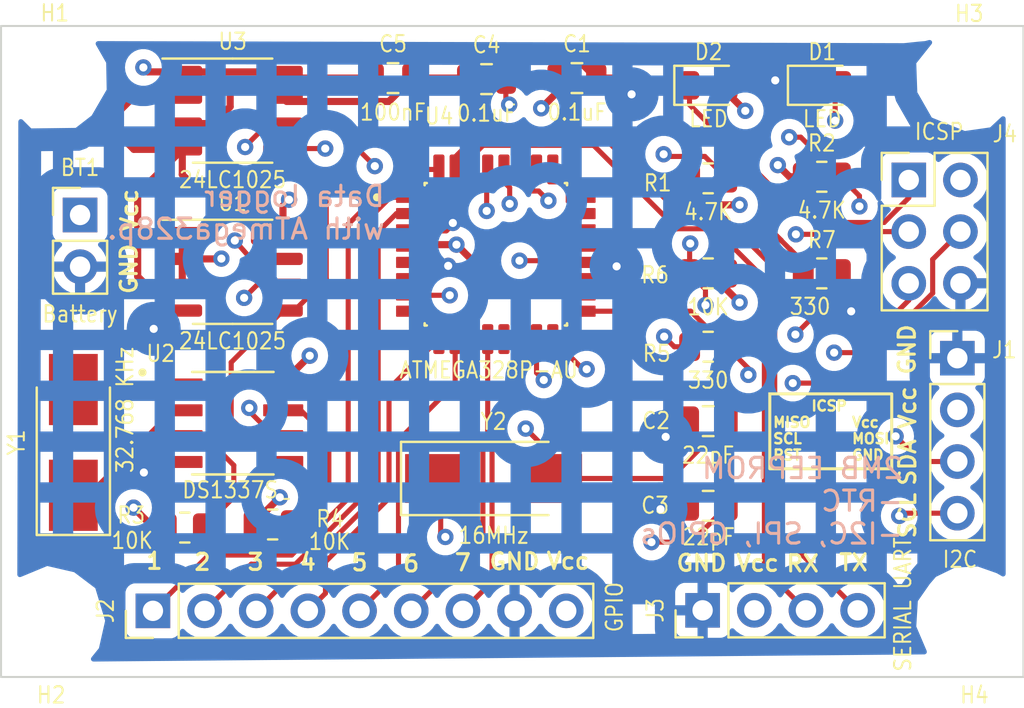
<source format=kicad_pcb>
(kicad_pcb (version 20221018) (generator pcbnew)
  (title_block (title "${project_name}") (date "2023-12-16") (rev "1") (comment 1 "2-layer PCB version"))
  (layers (0 "F.Cu" mixed) (1 "In1.Cu" mixed) (2 "In2.Cu" mixed) (31 "B.Cu" mixed) (34 "B.Paste" user) (35 "F.Paste" user) (36 "B.SilkS" user "B.Silkscreen") (37 "F.SilkS" user "F.Silkscreen") (38 "B.Mask" user) (39 "F.Mask" user) (44 "Edge.Cuts" user))
  (property "project_name" "MCU Datalogger with memory and clock")
  (net 0 "")
  (net 1 "GND")
  (net 2 "/Vcc")
  (net 3 "Net-(U4-PB6)")
  (net 4 "Net-(U4-PB7)")
  (net 5 "Net-(U4-AREF)")
  (net 6 "Net-(D1-A)")
  (net 7 "Net-(D2-K)")
  (net 8 "/SDA")
  (net 9 "/SCL")
  (net 10 "/D2")
  (net 11 "/D3")
  (net 12 "/D4")
  (net 13 "/D5")
  (net 14 "/D6")
  (net 15 "/D7")
  (net 16 "/D8")
  (net 17 "/RX")
  (net 18 "/TX")
  (net 19 "/MISO")
  (net 20 "/MOSI")
  (net 21 "/RST")
  (net 22 "Net-(U2-~{INTA})")
  (net 23 "Net-(U2-SQW{slash}~INT)")
  (net 24 "Net-(U2-X1)")
  (net 25 "Net-(U2-X2)")
  (net 35 "/SCK")
  (footprint "Resistor_SMD:R_0805_2012Metric" (layer "F.Cu") (at 111.3472 90.7752)
    (fp_text reference "R3")
    (fp_text value "10K")
  )
  (footprint "Package_SO:SOIC-8_3.9x4.9mm_P1.27mm" (layer "F.Cu") (at 113.6982 70.2774)
    (fp_text reference "U3")
    (fp_text value "24LC1025")
  )
  (footprint "Crystal:Crystal_SMD_5032-2Pin_5.0x3.2mm_HandSoldering" (layer "F.Cu") (at 126.5272 88.3622)
    (fp_text reference "Y2")
    (fp_text value "16MHz")
  )
  (footprint "MountingHole:MountingHole_2.1mm" (layer "F.Cu") (at 150.0378 95.3516)
    (fp_text reference "H4")
    (fp_text value "MountingHole" hide)
  )
  (footprint "Resistor_SMD:R_0805_2012Metric" (layer "F.Cu") (at 115.6652 90.6228)
    (fp_text reference "R4")
    (fp_text value "10K")
  )
  (footprint "Footprints:QFP80P900X900X120-32N" (layer "F.Cu") (at 126.638 77.3386)
    (fp_text reference "U4")
    (fp_text value "ATMEGA328P-AU")
  )
  (footprint "Capacitor_SMD:C_0805_2012Metric" (layer "F.Cu") (at 137.0774 89.7084)
    (fp_text reference "C3")
    (fp_text value "22pF")
  )
  (footprint "Footprints:SOIC127P600X175-8N" (layer "F.Cu") (at 113.7094 85.6444)
    (fp_text reference "U2")
    (fp_text value "DS1337S_")
  )
  (footprint "Resistor_SMD:R_0805_2012Metric" (layer "F.Cu") (at 142.6635 78.2784)
    (fp_text reference "R7")
    (fp_text value "330")
  )
  (footprint "Connector_PinHeader_2.54mm:PinHeader_1x04_P2.54mm_Vertical" (layer "F.Cu") (at 149.3266 82.4484)
    (fp_text reference "J1")
    (fp_text value "Conn_01x04_Pin" hide)
  )
  (footprint "Connector_PinHeader_2.54mm:PinHeader_1x09_P2.54mm_Vertical" (layer "F.Cu") (at 109.7788 94.869 90)
    (fp_text reference "J2")
    (fp_text value "Conn_01x09_Pin" hide)
  )
  (footprint "MountingHole:MountingHole_2.1mm" (layer "F.Cu") (at 104.9528 68.6816)
    (fp_text reference "H1")
    (fp_text value "MountingHole" hide)
  )
  (footprint "Connector_PinHeader_2.54mm:PinHeader_1x04_P2.54mm_Vertical" (layer "F.Cu") (at 136.8044 94.8436 90)
    (fp_text reference "J3")
    (fp_text value "Conn_01x04_Pin" hide)
  )
  (footprint "Connector_PinHeader_2.54mm:PinHeader_2x03_P2.54mm_Vertical" (layer "F.Cu") (at 146.939 73.6854)
    (fp_text reference "J4")
    (fp_text value "Conn_02x03_Odd_Even" hide)
  )
  (footprint "Capacitor_SMD:C_0805_2012Metric" (layer "F.Cu") (at 130.6258 68.6772)
    (fp_text reference "C1")
    (fp_text value "0.1uF")
  )
  (footprint "Connector_PinHeader_2.54mm:PinHeader_1x02_P2.54mm_Vertical" (layer "F.Cu") (at 106.1974 75.4076)
    (fp_text reference "BT1")
    (fp_text value "Battery")
  )
  (footprint "MountingHole:MountingHole_2.1mm" (layer "F.Cu") (at 149.9108 68.707)
    (fp_text reference "H3")
    (fp_text value "MountingHole" hide)
  )
  (footprint "Resistor_SMD:R_0805_2012Metric" (layer "F.Cu") (at 137.0774 73.6048)
    (fp_text reference "R1")
    (fp_text value "4.7K")
  )
  (footprint "Capacitor_SMD:C_0805_2012Metric" (layer "F.Cu") (at 126.1808 68.728)
    (fp_text reference "C4")
    (fp_text value "0.1uF")
  )
  (footprint "Crystal:Crystal_SMD_5032-2Pin_5.0x3.2mm_HandSoldering" (layer "F.Cu") (at 105.8672 86.5886 90)
    (fp_text reference "Y1")
    (fp_text value "32.768 KHz")
  )
  (footprint "Resistor_SMD:R_0805_2012Metric" (layer "F.Cu") (at 142.6635 73.5286)
    (fp_text reference "R2")
    (fp_text value "4.7K")
  )
  (footprint "LED_SMD:LED_0805_2012Metric" (layer "F.Cu") (at 142.6835 69.0328)
    (fp_text reference "D1")
    (fp_text value "LED")
  )
  (footprint "Resistor_SMD:R_0805_2012Metric" (layer "F.Cu") (at 137.0774 78.2784)
    (fp_text reference "R6")
    (fp_text value "10K")
  )
  (footprint "Capacitor_SMD:C_0805_2012Metric" (layer "F.Cu") (at 137.0774 85.5428)
    (fp_text reference "C2")
    (fp_text value "22pF")
  )
  (footprint "Package_SO:SOIC-8_3.9x4.9mm_P1.27mm" (layer "F.Cu") (at 113.6982 78.2022)
    (fp_text reference "U1")
    (fp_text value "24LC1025")
  )
  (footprint "MountingHole:MountingHole_2.1mm" (layer "F.Cu") (at 104.9274 95.4532)
    (fp_text reference "H2")
    (fp_text value "MountingHole" hide)
  )
  (footprint "LED_SMD:LED_0805_2012Metric" (layer "F.Cu") (at 137.0974 69.0328)
    (fp_text reference "D2")
    (fp_text value "LED")
  )
  (footprint "Resistor_SMD:R_0805_2012Metric" (layer "F.Cu") (at 137.0774 81.8852)
    (fp_text reference "R5")
    (fp_text value "330")
  )
  (footprint "Capacitor_SMD:C_0805_2012Metric" (layer "F.Cu") (at 121.5834 68.6772)
    (fp_text reference "C5")
    (fp_text value "100nF")
  )
  (gr_rect (start 140.1064 84.201) (end 146.1008 87.884) (stroke (width 0.15)) (fill none) (layer "F.SilkS"))
  (gr_rect (start 102.3112 66.1162) (end 152.5778 98.1202) (stroke (width 0.1)) (fill none) (layer "Edge.Cuts"))
  (gr_text "2MB EEPROM\n-RTC\n-I2C, SPI, GPIOs" (at 146.7358 91.6686) (layer "B.SilkS") (effects (font (size 1 1)) (justify left bottom mirror)))
  (gr_text "Data logger \nwith ATmega328p." (at 121.2596 76.6826) (layer "B.SilkS") (effects (font (size 1 1)) (justify left bottom mirror)))
  (gr_text "4" (at 116.9162 92.9386) (layer "F.SilkS") (effects (font (size 0.8 0.8)) (justify left bottom)))
  (gr_text "Vcc" (at 138.3792 92.9894) (layer "F.SilkS") (effects (font (size 0.8 0.8)) (justify left bottom)))
  (gr_text "Vcc" (at 109.093 76.3016 90) (layer "F.SilkS") (effects (font (size 0.8 0.8)) (justify left bottom)))
  (gr_text "RX" (at 140.843 93.0148) (layer "F.SilkS") (effects (font (size 0.8 0.8)) (justify left bottom)))
  (gr_text "Vcc" (at 129.0574 92.8878) (layer "F.SilkS") (effects (font (size 0.8 0.8)) (justify left bottom)))
  (gr_text "7" (at 124.5362 92.964) (layer "F.SilkS") (effects (font (size 0.8 0.8)) (justify left bottom)))
  (gr_text "6" (at 121.9962 93.0148) (layer "F.SilkS") (effects (font (size 0.8 0.8)) (justify left bottom)))
  (gr_text "TX" (at 143.4338 92.964) (layer "F.SilkS") (effects (font (size 0.8 0.8)) (justify left bottom)))
  (gr_text "GND" (at 147.32 83.3374 90) (layer "F.SilkS") (effects (font (size 0.8 0.8)) (justify left bottom)))
  (gr_text "I2C" (at 148.5392 92.8116) (layer "F.SilkS") (effects (font (size 0.8 0.7) (thickness 0.1)) (justify left bottom)))
  (gr_text "SCL" (at 147.3454 91.3892 90) (layer "F.SilkS") (effects (font (size 0.8 0.8)) (justify left bottom)))
  (gr_text "GND" (at 135.4328 92.9894) (layer "F.SilkS") (effects (font (size 0.8 0.8)) (justify left bottom)))
  (gr_text "3" (at 114.3508 92.9386) (layer "F.SilkS") (effects (font (size 0.8 0.8)) (justify left bottom)))
  (gr_text "GPIO" (at 132.9436 95.9866 90) (layer "F.SilkS") (effects (font (size 0.8 0.7) (thickness 0.1)) (justify left bottom)))
  (gr_text "	ICSP\nMISO	Vcc\nSCL		MOSI\nRST		GND" (at 140.208 87.503) (layer "F.SilkS") (effects (font (size 0.5 0.5) (thickness 0.12) bold) (justify left bottom)))
  (gr_text "GND" (at 126.238 92.9132) (layer "F.SilkS") (effects (font (size 0.8 0.8)) (justify left bottom)))
  (gr_text "ICSP" (at 147.1676 71.7804) (layer "F.SilkS") (effects (font (size 0.8 0.7) (thickness 0.1)) (justify left bottom)))
  (gr_text "SDA" (at 147.3454 88.7984 90) (layer "F.SilkS") (effects (font (size 0.8 0.8)) (justify left bottom)))
  (gr_text "SERIAL UART" (at 147.1168 97.917 90) (layer "F.SilkS") (effects (font (size 0.8 0.7) (thickness 0.1)) (justify left bottom)))
  (gr_text "GND" (at 109.0676 79.375 90) (layer "F.SilkS") (effects (font (size 0.8 0.8)) (justify left bottom)))
  (gr_text "Vcc" (at 147.3454 86.0044 90) (layer "F.SilkS") (effects (font (size 0.8 0.8)) (justify left bottom)))
  (gr_text "2" (at 111.7346 92.9386) (layer "F.SilkS") (effects (font (size 0.8 0.8)) (justify left bottom)))
  (gr_text "1" (at 109.3724 92.8878) (layer "F.SilkS") (effects (font (size 0.8 0.8)) (justify left bottom)))
  (gr_text "5" (at 119.4562 92.964) (layer "F.SilkS") (effects (font (size 0.8 0.8)) (justify left bottom)))
  (segment (start 125.18 68.6772) (end 125.2308 68.728) (width 0.35) (layer "F.Cu") (net 1))
  (segment (start 130.808 76.9386) (end 131.596488 76.9386) (width 0.35) (layer "F.Cu") (net 1))
  (segment (start 135.7613 85.5428) (end 134.9891 86.315) (width 0.35) (layer "F.Cu") (net 1))
  (segment (start 116.1732 77.5672) (end 115.655027 77.5672) (width 0.35) (layer "F.Cu") (net 1))
  (segment (start 108.1413 71.4814) (end 108.8423 72.1824) (width 0.35) (layer "F.Cu") (net 1))
  (segment (start 114.7732 76.685373) (end 114.7732 75.9797) (width 0.35) (layer "F.Cu") (net 1))
  (segment (start 116.358 69.8272) (end 121.3834 69.8272) (width 0.35) (layer "F.Cu") (net 1))
  (segment (start 114.7732 75.9797) (end 112.9673 74.1738) (width 0.35) (layer "F.Cu") (net 1))
  (segment (start 115.655027 77.5672) (end 114.7732 76.685373) (width 0.35) (layer "F.Cu") (net 1))
  (segment (start 111.2344 87.5494) (end 109.8533 87.5494) (width 0.35) (layer "F.Cu") (net 1))
  (segment (start 122.468 77.7386) (end 124.1267 77.7386) (width 0.35) (layer "F.Cu") (net 1))
  (segment (start 109.0303 74.3753) (end 110.89635 72.50925) (width 0.35) (layer "F.Cu") (net 1))
  (segment (start 111.2232 69.6424) (end 111.1064 69.5256) (width 0.35) (layer "F.Cu") (net 1))
  (segment (start 111.2232 73.4203) (end 111.2232 72.1824) (width 0.35) (layer "F.Cu") (net 1))
  (segment (start 143.576 78.2784) (end 143.576 79.6111) (width 0.35) (layer "F.Cu") (net 1))
  (segment (start 111.2232 80.1072) (end 110.7169 80.1072) (width 0.35) (layer "F.Cu") (net 1))
  (segment (start 130.4258 67.5272) (end 131.5758 68.6772) (width 0.35) (layer "F.Cu") (net 1))
  (segment (start 121.3834 69.8272) (end 122.5334 68.6772) (width 0.35) (layer "F.Cu") (net 1))
  (segment (start 110.7169 80.1072) (end 109.8177 81.0064) (width 0.35) (layer "F.Cu") (net 1))
  (segment (start 141.746 69.0328) (end 141.5022 68.789) (width 0.35) (layer "F.Cu") (net 1))
  (segment (start 122.5334 68.6772) (end 125.18 68.6772) (width 0.35) (layer "F.Cu") (net 1))
  (segment (start 143.576 79.6111) (end 144.1077 80.1428) (width 0.35) (layer "F.Cu") (net 1))
  (segment (start 149.479 82.296) (end 149.3266 82.4484) (width 0.35) (layer "F.Cu") (net 1))
  (segment (start 111.9767 74.1738) (end 111.2232 73.4203) (width 0.35) (layer "F.Cu") (net 1))
  (segment (start 111.1064 69.5256) (end 108.9033 69.5256) (width 0.35) (layer "F.Cu") (net 1))
  (segment (start 108.8423 72.1824) (end 111.2232 72.1824) (width 0.35) (layer "F.Cu") (net 1))
  (segment (start 134.8977 89.7084) (end 134.7351 89.871) (width 0.35) (layer "F.Cu") (net 1))
  (segment (start 132.5761 77.918212) (end 132.5761 77.933) (width 0.35) (layer "F.Cu") (net 1))
  (segment (start 124.3211 76.0026) (end 124.5243 75.7994) (width 0.35) (layer "F.Cu") (net 1))
  (segment (start 109.8533 87.5494) (end 109.3351 88.0676) (width 0.35) (layer "F.Cu") (net 1))
  (segment (start 131.596488 76.9386) (end 132.5761 77.918212) (width 0.35) (layer "F.Cu") (net 1))
  (segment (start 110.705027 80.1072) (end 109.0303 78.432473) (width 0.35) (layer "F.Cu") (net 1))
  (segment (start 136.1274 89.7084) (end 134.8977 89.7084) (width 0.35) (layer "F.Cu") (net 1))
  (segment (start 108.1413 70.2876) (end 108.1413 71.4814) (width 0.35) (layer "F.Cu") (net 1))
  (segment (start 125.2308 68.728) (end 126.4316 67.5272) (width 0.35) (layer "F.Cu") (net 1))
  (segment (start 132.5151 68.6772) (end 133.3127 69.4748) (width 0.35) (layer "F.Cu") (net 1))
  (segment (start 112.9673 74.1738) (end 111.9767 74.1738) (width 0.35) (layer "F.Cu") (net 1))
  (segment (start 131.5758 68.6772) (end 132.5151 68.6772) (width 0.35) (layer "F.Cu") (net 1))
  (segment (start 110.89635 72.50925) (end 111.2232 72.1824) (width 0.35) (layer "F.Cu") (net 1))
  (segment (start 141.5022 68.789) (end 140.3739 68.789) (width 0.35) (layer "F.Cu") (net 1))
  (segment (start 126.4316 67.5272) (end 130.4258 67.5272) (width 0.35) (layer "F.Cu") (net 1))
  (segment (start 109.0303 78.432473) (end 109.0303 74.3753) (width 0.35) (layer "F.Cu") (net 1))
  (segment (start 108.9033 69.5256) (end 108.1413 70.2876) (width 0.35) (layer "F.Cu") (net 1))
  (segment (start 124.1267 77.7386) (end 124.2957 77.9076) (width 0.35) (layer "F.Cu") (net 1))
  (segment (start 124.1851 76.1386) (end 122.468 76.1386) (width 0.35) (layer "F.Cu") (net 1))
  (segment (start 111.2232 80.1072) (end 110.705027 80.1072) (width 0.35) (layer "F.Cu") (net 1))
  (segment (start 136.1274 85.5428) (end 135.7613 85.5428) (width 0.35) (layer "F.Cu") (net 1))
  (segment (start 124.5243 75.7994) (end 124.1851 76.1386) (width 0.35) (layer "F.Cu") (net 1))
  (segment (start 116.1732 69.6424) (end 116.358 69.8272) (width 0.35) (layer "F.Cu") (net 1))
  (via (at 140.3739 68.789) (size 0.8) (drill 0.4) (layers "F.Cu" "B.Cu") (net 1))
  (via (at 124.5243 75.7994) (size 0.8) (drill 0.4) (layers "F.Cu" "B.Cu") (net 1))
  (via (at 109.8177 81.0064) (size 0.8) (drill 0.4) (layers "F.Cu" "B.Cu") (net 1))
  (via (at 133.3127 69.4748) (size 0.8) (drill 0.4) (layers "F.Cu" "B.Cu") (net 1))
  (via (at 109.3351 88.0676) (size 0.8) (drill 0.4) (layers "F.Cu" "B.Cu") (net 1))
  (via (at 124.2957 77.9076) (size 0.8) (drill 0.4) (layers "F.Cu" "B.Cu") (net 1))
  (via (at 134.7351 89.871) (size 0.8) (drill 0.4) (layers "F.Cu" "B.Cu") (net 1))
  (via (at 144.1077 80.1428) (size 0.8) (drill 0.4) (layers "F.Cu" "B.Cu") (net 1))
  (via (at 134.9891 86.315) (size 0.8) (drill 0.4) (layers "F.Cu" "B.Cu") (net 1))
  (via (at 132.5761 77.933) (size 0.8) (drill 0.4) (layers "F.Cu" "B.Cu") (net 1))
  (segment (start 123.328888 76.8662) (end 123.256488 76.9386) (width 0.35) (layer "F.Cu") (net 2))
  (segment (start 116.478 68.6772) (end 116.1732 68.3724) (width 0.35) (layer "F.Cu") (net 2))
  (segment (start 112.8555 77.5672) (end 113.1451 77.552) (width 0.35) (layer "F.Cu") (net 2))
  (segment (start 113.5769 69.109) (end 112.8403 68.3724) (width 0.35) (layer "F.Cu") (net 2))
  (segment (start 111.2232 77.5672) (end 112.8555 77.5672) (width 0.35) (layer "F.Cu") (net 2))
  (segment (start 111.2232 68.3724) (end 109.5281 68.3724) (width 0.35) (layer "F.Cu") (net 2))
  (segment (start 110.4347 90.7752) (end 109.8075 90.7752) (width 0.35) (layer "F.Cu") (net 2))
  (segment (start 116.1844 83.6313) (end 117.4885 82.3272) (width 0.35) (layer "F.Cu") (net 2))
  (segment (start 138.0349 69.0328) (end 138.0349 69.4218) (width 0.35) (layer "F.Cu") (net 2))
  (segment (start 111.2232 77.5672) (end 111.2232 76.2972) (width 0.35) (layer "F.Cu") (net 2))
  (segment (start 136.1649 73.6048) (end 136.322806 73.6048) (width 0.35) (layer "F.Cu") (net 2))
  (segment (start 111.2232 70.9124) (end 112.7489 70.9124) (width 0.35) (layer "F.Cu") (net 2))
  (segment (start 116.1732 76.2972) (end 116.1732 74.9557) (width 0.35) (layer "F.Cu") (net 2))
  (segment (start 129.6758 69.3525) (end 128.8677 70.1606) (width 0.35) (layer "F.Cu") (net 2))
  (segment (start 109.8075 90.7752) (end 108.8271 89.7948) (width 0.35) (layer "F.Cu") (net 2))
  (segment (start 114.7527 90.6228) (end 114.7527 90.5494) (width 0.35) (layer "F.Cu") (net 2))
  (segment (start 124.7021 76.8662) (end 123.328888 76.8662) (width 0.35) (layer "F.Cu") (net 2))
  (segment (start 111.2232 78.8372) (end 111.2232 77.5672) (width 0.35) (layer "F.Cu") (net 2))
  (segment (start 124.7021 76.8662) (end 127.1745 79.3386) (width 0.35) (layer "F.Cu") (net 2))
  (segment (start 116.1732 74.9557) (end 116.4725 74.6564) (width 0.35) (layer "F.Cu") (net 2))
  (segment (start 112.7489 70.9124) (end 113.5769 70.0844) (width 0.35) (layer "F.Cu") (net 2))
  (segment (start 138.0349 69.4218) (end 138.9007 70.2876) (width 0.35) (layer "F.Cu") (net 2))
  (segment (start 116.1732 68.3724) (end 111.2232 68.3724) (width 0.35) (layer "F.Cu") (net 2))
  (segment (start 137.9899 79.0796) (end 138.6213 79.711) (width 0.35) (layer "F.Cu") (net 2))
  (segment (start 113.5769 70.0844) (end 113.5769 69.109) (width 0.35) (layer "F.Cu") (net 2))
  (segment (start 114.7527 90.5494) (end 116.0153 89.2868) (width 0.35) (layer "F.Cu") (net 2))
  (segment (start 141.0749 73.5286) (end 140.5009 72.9546) (width 0.35) (layer "F.Cu") (net 2))
  (segment (start 137.9899 78.2784) (end 137.9899 79.0796) (width 0.35) (layer "F.Cu") (net 2))
  (segment (start 120.6334 68.6772) (end 116.478 68.6772) (width 0.35) (layer "F.Cu") (net 2))
  (segment (start 137.628406 74.9104) (end 138.6213 74.9104) (width 0.35) (layer "F.Cu") (net 2))
  (segment (start 116.1844 83.7394) (end 116.1844 83.6313) (width 0.35) (layer "F.Cu") (net 2))
  (segment (start 141.751 73.5286) (end 141.0749 73.5286) (width 0.35) (layer "F.Cu") (net 2))
  (segment (start 129.6758 68.6772) (end 129.6758 69.3525) (width 0.35) (layer "F.Cu") (net 2))
  (segment (start 127.1745 79.3386) (end 130.808 79.3386) (width 0.35) (layer "F.Cu") (net 2))
  (segment (start 109.5281 68.3724) (end 109.3097 68.154) (width 0.35) (layer "F.Cu") (net 2))
  (segment (start 123.256488 76.9386) (end 122.468 76.9386) (width 0.35) (layer "F.Cu") (net 2))
  (segment (start 113.1451 77.552) (end 112.8657 77.5774) (width 0.35) (layer "F.Cu") (net 2))
  (segment (start 138.6213 74.9104) (end 138.4689 74.9104) (width 0.35) (layer "F.Cu") (net 2))
  (segment (start 136.322806 73.6048) (end 137.628406 74.9104) (width 0.35) (layer "F.Cu") (net 2))
  (via (at 108.8271 89.7948) (size 0.8) (drill 0.4) (layers "F.Cu" "B.Cu") (net 2))
  (via (at 124.7021 76.8662) (size 0.8) (drill 0.4) (layers "F.Cu" "B.Cu") (net 2))
  (via (at 128.8677 70.1606) (size 0.8) (drill 0.4) (layers "F.Cu" "B.Cu") (net 2))
  (via (at 109.3097 68.154) (size 0.8) (drill 0.4) (layers "F.Cu" "B.Cu") (net 2))
  (via (at 138.6213 74.9104) (size 0.8) (drill 0.4) (layers "F.Cu" "B.Cu") (net 2))
  (via (at 138.9007 70.2876) (size 0.8) (drill 0.4) (layers "F.Cu" "B.Cu") (net 2))
  (via (at 117.4885 82.3272) (size 0.8) (drill 0.4) (layers "F.Cu" "B.Cu") (net 2))
  (via (at 140.5009 72.9546) (size 0.8) (drill 0.4) (layers "F.Cu" "B.Cu") (net 2))
  (via (at 113.1451 77.552) (size 0.8) (drill 0.4) (layers "F.Cu" "B.Cu") (net 2))
  (via (at 138.6213 79.711) (size 0.8) (drill 0.4) (layers "F.Cu" "B.Cu") (net 2))
  (via (at 116.0153 89.2868) (size 0.8) (drill 0.4) (layers "F.Cu" "B.Cu") (net 2))
  (via (at 116.4725 74.6564) (size 0.8) (drill 0.4) (layers "F.Cu" "B.Cu") (net 2))
  (segment (start 122.4848 79.3554) (end 124.3719 79.3554) (width 0.25) (layer "F.Cu") (net 3))
  (segment (start 128.1057 85.9086) (end 129.1272 86.9301) (width 0.25) (layer "F.Cu") (net 3))
  (segment (start 129.1272 88.3622) (end 135.208 88.3622) (width 0.25) (layer "F.Cu") (net 3))
  (segment (start 135.208 88.3622) (end 138.0274 85.5428) (width 0.25) (layer "F.Cu") (net 3))
  (segment (start 129.1272 86.9301) (end 129.1272 88.3622) (width 0.25) (layer "F.Cu") (net 3))
  (segment (start 122.468 79.3386) (end 122.4848 79.3554) (width 0.25) (layer "F.Cu") (net 3))
  (via (at 124.3719 79.3554) (size 0.8) (drill 0.4) (layers "F.Cu" "B.Cu") (net 3))
  (via (at 128.1057 85.9086) (size 0.8) (drill 0.4) (layers "F.Cu" "B.Cu") (net 3))
  (segment (start 124.1552 91.2368) (end 123.9272 91.0088) (width 0.25) (layer "F.Cu") (net 4))
  (segment (start 123.9272 91.0088) (end 123.9272 88.3622) (width 0.25) (layer "F.Cu") (net 4))
  (segment (start 138.0274 89.7084) (end 136.245 91.4908) (width 0.25) (layer "F.Cu") (net 4))
  (segment (start 136.245 91.4908) (end 134.2898 91.4908) (width 0.25) (layer "F.Cu") (net 4))
  (via (at 134.2898 91.4908) (size 0.8) (drill 0.4) (layers "F.Cu" "B.Cu") (net 4))
  (via (at 124.1552 91.2368) (size 0.8) (drill 0.4) (layers "F.Cu" "B.Cu") (net 4))
  (segment (start 127.8009 77.6536) (end 130.723 77.6536) (width 0.25) (layer "F.Cu") (net 5))
  (segment (start 127.1308 68.728) (end 127.1308 69.8207) (width 0.25) (layer "F.Cu") (net 5))
  (segment (start 127.1308 69.8207) (end 127.2929 69.9828) (width 0.25) (layer "F.Cu") (net 5))
  (segment (start 130.723 77.6536) (end 130.808 77.7386) (width 0.25) (layer "F.Cu") (net 5))
  (via (at 127.8009 77.6536) (size 0.8) (drill 0.4) (layers "F.Cu" "B.Cu") (net 5))
  (via (at 127.2929 69.9828) (size 0.8) (drill 0.4) (layers "F.Cu" "B.Cu") (net 5))
  (segment (start 143.3203 70.7702) (end 143.3203 69.3335) (width 0.25) (layer "F.Cu") (net 6))
  (segment (start 143.3203 69.3335) (end 143.621 69.0328) (width 0.25) (layer "F.Cu") (net 6))
  (segment (start 136.1649 81.8852) (end 135.4107 81.8852) (width 0.25) (layer "F.Cu") (net 6))
  (segment (start 135.4107 81.8852) (end 134.9129 81.3874) (width 0.25) (layer "F.Cu") (net 6))
  (via (at 134.9129 81.3874) (size 0.8) (drill 0.4) (layers "F.Cu" "B.Cu") (net 6))
  (via (at 143.3203 70.7702) (size 0.8) (drill 0.4) (layers "F.Cu" "B.Cu") (net 6))
  (segment (start 141.0989 77.0832) (end 141.089595 77.0832) (width 0.25) (layer "F.Cu") (net 7))
  (segment (start 141.751 77.7353) (end 141.0989 77.0832) (width 0.25) (layer "F.Cu") (net 7))
  (segment (start 140.6649 76.658505) (end 140.6649 76.6492) (width 0.25) (layer "F.Cu") (net 7))
  (segment (start 141.751 78.2784) (end 141.751 77.7353) (width 0.25) (layer "F.Cu") (net 7))
  (segment (start 140.6649 76.6492) (end 140.2215 76.2058) (width 0.25) (layer "F.Cu") (net 7))
  (segment (start 136.1599 69.9852) (end 136.1599 69.0328) (width 0.25) (layer "F.Cu") (net 7))
  (segment (start 140.2215 76.2058) (end 140.2215 74.0468) (width 0.25) (layer "F.Cu") (net 7))
  (segment (start 140.2215 74.0468) (end 136.1599 69.9852) (width 0.25) (layer "F.Cu") (net 7))
  (segment (start 141.089595 77.0832) (end 140.6649 76.658505) (width 0.25) (layer "F.Cu") (net 7))
  (segment (start 116.1732 72.1824) (end 118.3013 74.3105) (width 0.25) (layer "F.Cu") (net 8))
  (segment (start 128.7447 74.2286) (end 128.286373 74.2286) (width 0.25) (layer "F.Cu") (net 8))
  (segment (start 141.6304 71.583) (end 141.0597 71.583) (width 0.25) (layer "F.Cu") (net 8))
  (segment (start 113.6277 85.438126) (end 115.738974 87.5494) (width 0.25) (layer "F.Cu") (net 8))
  (segment (start 144.5141 74.4667) (end 143.576 73.5286) (width 0.25) (layer "F.Cu") (net 8))
  (segment (start 118.3013 74.3105) (end 118.3013 78.5426) (width 0.25) (layer "F.Cu") (net 8))
  (segment (start 115.738974 87.5494) (end 116.1844 87.5494) (width 0.25) (layer "F.Cu") (net 8))
  (segment (start 127.838 73.780227) (end 127.838 73.1686) (width 0.25) (layer "F.Cu") (net 8))
  (segment (start 143.576 73.5286) (end 141.6304 71.583) (width 0.25) (layer "F.Cu") (net 8))
  (segment (start 147.5309 87.5284) (end 146.2921 86.2896) (width 0.25) (layer "F.Cu") (net 8))
  (segment (start 118.2505 72.1418) (end 116.2138 72.1418) (width 0.25) (layer "F.Cu") (net 8))
  (segment (start 116.1732 80.1072) (end 113.6277 82.6527) (width 0.25) (layer "F.Cu") (net 8))
  (segment (start 113.6277 82.6527) (end 113.6277 85.438126) (width 0.25) (layer "F.Cu") (net 8))
  (segment (start 129.2233 74.7072) (end 128.7447 74.2286) (width 0.25) (layer "F.Cu") (net 8))
  (segment (start 116.7367 80.1072) (end 116.1732 80.1072) (width 0.25) (layer "F.Cu") (net 8))
  (segment (start 149.3266 87.5284) (end 147.5309 87.5284) (width 0.25) (layer "F.Cu") (net 8))
  (segment (start 118.3013 78.5426) (end 116.7367 80.1072) (width 0.25) (layer "F.Cu") (net 8))
  (segment (start 116.2138 72.1418) (end 116.1732 72.1824) (width 0.25) (layer "F.Cu") (net 8))
  (segment (start 128.286373 74.2286) (end 127.838 73.780227) (width 0.25) (layer "F.Cu") (net 8))
  (segment (start 144.5141 74.9866) (end 144.5141 74.4667) (width 0.25) (layer "F.Cu") (net 8))
  (via (at 141.0597 71.583) (size 0.8) (drill 0.4) (layers "F.Cu" "B.Cu") (net 8))
  (via (at 144.5141 74.9866) (size 0.8) (drill 0.4) (layers "F.Cu" "B.Cu") (net 8))
  (via (at 118.2505 72.1418) (size 0.8) (drill 0.4) (layers "F.Cu" "B.Cu") (net 8))
  (via (at 129.2233 74.7072) (size 0.8) (drill 0.4) (layers "F.Cu" "B.Cu") (net 8))
  (via (at 146.2921 86.2896) (size 0.8) (drill 0.4) (layers "F.Cu" "B.Cu") (net 8))
  (segment (start 115.725738 78.8372) (end 116.1732 78.8372) (width 0.25) (layer "F.Cu") (net 9))
  (segment (start 114.9079 78.8372) (end 114.2627 79.4824) (width 0.25) (layer "F.Cu") (net 9))
  (segment (start 114.5167 85.057126) (end 115.738974 86.2794) (width 0.25) (layer "F.Cu") (net 9))
  (segment (start 127.3183 74.060527) (end 127.3183 74.8596) (width 0.25) (layer "F.Cu") (net 9))
  (segment (start 118.5959 70.9124) (end 116.1732 70.9124) (width 0.25) (layer "F.Cu") (net 9))
  (segment (start 146.4699 90.2012) (end 146.6027 90.0684) (width 0.25) (layer "F.Cu") (net 9))
  (segment (start 135.1485 72.5298) (end 135.0399 72.4212) (width 0.25) (layer "F.Cu") (net 9))
  (segment (start 134.8875 72.4212) (end 134.8875 72.2688) (width 0.25) (layer "F.Cu") (net 9))
  (segment (start 136.9149 72.5298) (end 135.1485 72.5298) (width 0.25) (layer "F.Cu") (net 9))
  (segment (start 115.4413 70.9124) (end 114.3135 72.0402) (width 0.25) (layer "F.Cu") (net 9))
  (segment (start 127.038 73.1686) (end 127.038 73.780227) (width 0.25) (layer "F.Cu") (net 9))
  (segment (start 120.6889 73.0054) (end 118.5959 70.9124) (width 0.25) (layer "F.Cu") (net 9))
  (segment (start 113.8055 76.663) (end 115.725738 78.8372) (width 0.25) (layer "F.Cu") (net 9))
  (segment (start 137.9899 73.6048) (end 136.9149 72.5298) (width 0.25) (layer "F.Cu") (net 9))
  (segment (start 135.0399 72.4212) (end 134.8875 72.4212) (width 0.25) (layer "F.Cu") (net 9))
  (segment (start 134.8875 72.2688) (end 134.9129 72.2942) (width 0.25) (layer "F.Cu") (net 9))
  (segment (start 146.6027 90.0684) (end 149.3266 90.0684) (width 0.25) (layer "F.Cu") (net 9))
  (segment (start 115.738974 86.2794) (end 116.1844 86.2794) (width 0.25) (layer "F.Cu") (net 9))
  (segment (start 116.1732 70.9124) (end 115.4413 70.9124) (width 0.25) (layer "F.Cu") (net 9))
  (segment (start 127.038 73.780227) (end 127.3183 74.060527) (width 0.25) (layer "F.Cu") (net 9))
  (segment (start 116.1732 78.8372) (end 114.9079 78.8372) (width 0.25) (layer "F.Cu") (net 9))
  (via (at 134.8875 72.4212) (size 0.8) (drill 0.4) (layers "F.Cu" "B.Cu") (net 9))
  (via (at 127.3183 74.8596) (size 0.8) (drill 0.4) (layers "F.Cu" "B.Cu") (net 9))
  (via (at 113.8055 76.663) (size 0.8) (drill 0.4) (layers "F.Cu" "B.Cu") (net 9))
  (via (at 114.2627 79.4824) (size 0.8) (drill 0.4) (layers "F.Cu" "B.Cu") (net 9))
  (via (at 120.6889 73.0054) (size 0.8) (drill 0.4) (layers "F.Cu" "B.Cu") (net 9))
  (via (at 114.5167 84.8926) (size 0.8) (drill 0.4) (layers "F.Cu" "B.Cu") (net 9))
  (via (at 146.4699 90.2012) (size 0.8) (drill 0.4) (layers "F.Cu" "B.Cu") (net 9))
  (via (at 114.3135 72.0656) (size 0.8) (drill 0.4) (layers "F.Cu" "B.Cu") (net 9))
  (segment (start 119.38 75.8637) (end 122.0751 73.1686) (width 0.25) (layer "F.Cu") (net 10))
  (segment (start 116.600373 92.1258) (end 119.38 89.346173) (width 0.25) (layer "F.Cu") (net 10))
  (segment (start 119.38 89.346173) (end 119.38 75.8637) (width 0.25) (layer "F.Cu") (net 10))
  (segment (start 122.0751 73.1686) (end 123.838 73.1686) (width 0.25) (layer "F.Cu") (net 10))
  (segment (start 112.522 92.1258) (end 116.600373 92.1258) (width 0.25) (layer "F.Cu") (net 10))
  (segment (start 109.7788 94.869) (end 112.522 92.1258) (width 0.25) (layer "F.Cu") (net 10))
  (segment (start 112.3188 94.869) (end 114.612 92.5758) (width 0.25) (layer "F.Cu") (net 11))
  (segment (start 114.612 92.5758) (end 116.786769 92.5758) (width 0.25) (layer "F.Cu") (net 11))
  (segment (start 121.4478 74.5386) (end 122.468 74.5386) (width 0.25) (layer "F.Cu") (net 11))
  (segment (start 120.1928 75.7936) (end 121.4478 74.5386) (width 0.25) (layer "F.Cu") (net 11))
  (segment (start 120.1928 89.169769) (end 120.1928 75.7936) (width 0.25) (layer "F.Cu") (net 11))
  (segment (start 116.786769 92.5758) (end 120.1928 89.169769) (width 0.25) (layer "F.Cu") (net 11))
  (segment (start 114.8588 94.869) (end 116.0338 93.694) (width 0.25) (layer "F.Cu") (net 12))
  (segment (start 121.750223 75.3386) (end 122.468 75.3386) (width 0.25) (layer "F.Cu") (net 12))
  (segment (start 116.0338 93.694) (end 116.304965 93.694) (width 0.25) (layer "F.Cu") (net 12))
  (segment (start 116.304965 93.694) (end 120.8532 89.145765) (width 0.25) (layer "F.Cu") (net 12))
  (segment (start 120.8532 76.235623) (end 121.750223 75.3386) (width 0.25) (layer "F.Cu") (net 12))
  (segment (start 120.8532 89.145765) (end 120.8532 76.235623) (width 0.25) (layer "F.Cu") (net 12))
  (segment (start 118.2624 94.0054) (end 118.2624 92.456) (width 0.25) (layer "F.Cu") (net 13))
  (segment (start 118.2624 92.456) (end 121.3866 89.3318) (width 0.25) (layer "F.Cu") (net 13))
  (segment (start 123.825 81.5086) (end 123.838 81.5086) (width 0.25) (layer "F.Cu") (net 13))
  (segment (start 121.3866 89.3318) (end 121.3866 83.947) (width 0.25) (layer "F.Cu") (net 13))
  (segment (start 117.3988 94.869) (end 118.2624 94.0054) (width 0.25) (layer "F.Cu") (net 13))
  (segment (start 121.3866 83.947) (end 123.825 81.5086) (width 0.25) (layer "F.Cu") (net 13))
  (segment (start 124.638 83.6928) (end 124.638 81.5086) (width 0.25) (layer "F.Cu") (net 14))
  (segment (start 121.8522 92.9556) (end 121.8522 86.4786) (width 0.25) (layer "F.Cu") (net 14))
  (segment (start 121.8522 86.4786) (end 124.638 83.6928) (width 0.25) (layer "F.Cu") (net 14))
  (segment (start 119.9388 94.869) (end 121.8522 92.9556) (width 0.25) (layer "F.Cu") (net 14))
  (segment (start 126.0022 91.3456) (end 126.0022 86.8372) (width 0.25) (layer "F.Cu") (net 15))
  (segment (start 122.4788 94.869) (end 126.0022 91.3456) (width 0.25) (layer "F.Cu") (net 15))
  (segment (start 125.438 86.273) (end 125.438 81.5086) (width 0.25) (layer "F.Cu") (net 15))
  (segment (start 126.0022 86.8372) (end 125.438 86.273) (width 0.25) (layer "F.Cu") (net 15))
  (segment (start 126.238 86.436604) (end 126.238 81.5086) (width 0.25) (layer "F.Cu") (net 16))
  (segment (start 125.0188 94.869) (end 126.4522 93.4356) (width 0.25) (layer "F.Cu") (net 16))
  (segment (start 126.4522 93.4356) (end 126.4522 86.650804) (width 0.25) (layer "F.Cu") (net 16))
  (segment (start 126.4522 86.650804) (end 126.238 86.436604) (width 0.25) (layer "F.Cu") (net 16))
  (segment (start 137.392483 76.0846) (end 135.546 76.0846) (width 0.25) (layer "F.Cu") (net 17))
  (segment (start 131.445 71.9836) (end 126.011373 71.9836) (width 0.25) (layer "F.Cu") (net 17))
  (segment (start 125.438 72.556973) (end 125.438 73.1686) (width 0.25) (layer "F.Cu") (net 17))
  (segment (start 126.011373 71.9836) (end 125.438 72.556973) (width 0.25) (layer "F.Cu") (net 17))
  (segment (start 139.8405 92.7997) (end 139.8405 78.532617) (width 0.25) (layer "F.Cu") (net 17))
  (segment (start 141.8844 94.8436) (end 139.8405 92.7997) (width 0.25) (layer "F.Cu") (net 17))
  (segment (start 139.8405 78.532617) (end 137.392483 76.0846) (width 0.25) (layer "F.Cu") (net 17))
  (segment (start 135.546 76.0846) (end 131.445 71.9836) (width 0.25) (layer "F.Cu") (net 17))
  (segment (start 140.3485 78.0346) (end 137.8847 75.5708) (width 0.25) (layer "F.Cu") (net 18))
  (segment (start 137.8847 75.5708) (end 135.9212 75.5708) (width 0.25) (layer "F.Cu") (net 18))
  (segment (start 144.4244 94.8436) (end 140.3485 90.7677) (width 0.25) (layer "F.Cu") (net 18))
  (segment (start 124.638 72.556973) (end 124.638 73.1686) (width 0.25) (layer "F.Cu") (net 18))
  (segment (start 131.884 71.5336) (end 125.661373 71.5336) (width 0.25) (layer "F.Cu") (net 18))
  (segment (start 135.9212 75.5708) (end 131.884 71.5336) (width 0.25) (layer "F.Cu") (net 18))
  (segment (start 125.661373 71.5336) (end 124.638 72.556973) (width 0.25) (layer "F.Cu") (net 18))
  (segment (start 140.3485 90.7677) (end 140.3485 78.0346) (width 0.25) (layer "F.Cu") (net 18))
  (segment (start 145.727299 75.7754) (end 143.846221 75.7754) (width 0.25) (layer "F.Cu") (net 19))
  (segment (start 143.263421 76.3582) (end 141.3899 76.3582) (width 0.25) (layer "F.Cu") (net 19))
  (segment (start 130.917 82.9876) (end 129.438 81.5086) (width 0.25) (layer "F.Cu") (net 19))
  (segment (start 131.1029 82.9876) (end 130.917 82.9876) (width 0.25) (layer "F.Cu") (net 19))
  (segment (start 146.939 73.6854) (end 146.939 74.563699) (width 0.25) (layer "F.Cu") (net 19))
  (segment (start 143.846221 75.7754) (end 143.263421 76.3582) (width 0.25) (layer "F.Cu") (net 19))
  (segment (start 146.939 74.563699) (end 145.727299 75.7754) (width 0.25) (layer "F.Cu") (net 19))
  (via (at 141.3899 76.3582) (size 0.8) (drill 0.4) (layers "F.Cu" "B.Cu") (net 19))
  (via (at 131.1029 82.9876) (size 0.8) (drill 0.4) (layers "F.Cu" "B.Cu") (net 19))
  (segment (start 149.479 76.2254) (end 148.114 77.5904) (width 0.25) (layer "F.Cu") (net 20))
  (segment (start 128.638 83.1643) (end 128.638 81.5086) (width 0.25) (layer "F.Cu") (net 20))
  (segment (start 143.692701 83.6734) (end 141.2375 83.6734) (width 0.25) (layer "F.Cu") (net 20))
  (segment (start 148.114 79.252101) (end 143.692701 83.6734) (width 0.25) (layer "F.Cu") (net 20))
  (segment (start 148.114 77.5904) (end 148.114 79.252101) (width 0.25) (layer "F.Cu") (net 20))
  (segment (start 128.9947 83.521) (end 128.638 83.1643) (width 0.25) (layer "F.Cu") (net 20))
  (via (at 128.9947 83.521) (size 0.8) (drill 0.4) (layers "F.Cu" "B.Cu") (net 20))
  (via (at 141.2375 83.6734) (size 0.8) (drill 0.4) (layers "F.Cu" "B.Cu") (net 20))
  (segment (start 144.3617 82.1748) (end 146.939 79.5975) (width 0.25) (layer "F.Cu") (net 21))
  (segment (start 143.2695 82.1748) (end 144.3617 82.1748) (width 0.25) (layer "F.Cu") (net 21))
  (segment (start 126.1872 75.2094) (end 126.1872 73.2194) (width 0.25) (layer "F.Cu") (net 21))
  (segment (start 146.939 79.5975) (end 146.939 78.7654) (width 0.25) (layer "F.Cu") (net 21))
  (segment (start 126.1872 73.2194) (end 126.238 73.1686) (width 0.25) (layer "F.Cu") (net 21))
  (segment (start 136.1649 76.8395) (end 136.1948 76.8096) (width 0.25) (layer "F.Cu") (net 21))
  (segment (start 136.9449 79.0584) (end 136.1649 78.2784) (width 0.25) (layer "F.Cu") (net 21))
  (segment (start 136.9449 79.838) (end 136.9449 79.0584) (width 0.25) (layer "F.Cu") (net 21))
  (segment (start 136.1649 78.2784) (end 136.1649 76.8395) (width 0.25) (layer "F.Cu") (net 21))
  (via (at 136.9449 79.838) (size 0.8) (drill 0.4) (layers "F.Cu" "B.Cu") (net 21))
  (via (at 136.1948 76.8096) (size 0.8) (drill 0.4) (layers "F.Cu" "B.Cu") (net 21))
  (via (at 143.2695 82.1748) (size 0.8) (drill 0.4) (layers "F.Cu" "B.Cu") (net 21))
  (via (at 126.1872 75.2094) (size 0.8) (drill 0.4) (layers "F.Cu" "B.Cu") (net 21))
  (segment (start 112.3221 86.2794) (end 111.2344 86.2794) (width 0.25) (layer "F.Cu") (net 22))
  (segment (start 112.2597 90.7752) (end 113.7547 89.2802) (width 0.25) (layer "F.Cu") (net 22))
  (segment (start 113.7547 87.712) (end 112.3221 86.2794) (width 0.25) (layer "F.Cu") (net 22))
  (segment (start 113.7547 89.2802) (end 113.7547 87.712) (width 0.25) (layer "F.Cu") (net 22))
  (segment (start 117.0465 85.0094) (end 116.1844 85.0094) (width 0.25) (layer "F.Cu") (net 23))
  (segment (start 118.4283 88.7722) (end 118.4283 86.3912) (width 0.25) (layer "F.Cu") (net 23))
  (segment (start 118.4283 86.3912) (end 117.0465 85.0094) (width 0.25) (layer "F.Cu") (net 23))
  (segment (start 116.5777 90.6228) (end 118.4283 88.7722) (width 0.25) (layer "F.Cu") (net 23))
  (segment (start 110.9852 83.9886) (end 105.8672 83.9886) (width 0.25) (layer "F.Cu") (net 24))
  (segment (start 111.2344 83.7394) (end 110.9852 83.9886) (width 0.25) (layer "F.Cu") (net 24))
  (segment (start 111.2344 85.0094) (end 110.788974 85.0094) (width 0.25) (layer "F.Cu") (net 25))
  (segment (start 110.788974 85.0094) (end 106.609774 89.1886) (width 0.25) (layer "F.Cu") (net 25))
  (segment (start 106.609774 89.1886) (end 105.8672 89.1886) (width 0.25) (layer "F.Cu") (net 25))
  (segment (start 139.0531 82.9484) (end 137.9899 81.8852) (width 0.25) (layer "F.Cu") (net 35))
  (segment (start 142.6885 77.569517) (end 142.6885 79.9618) (width 0.25) (layer "F.Cu") (net 35))
  (segment (start 137.966795 81.8852) (end 136.220195 80.1386) (width 0.25) (layer "F.Cu") (net 35))
  (segment (start 144.032617 76.2254) (end 142.6885 77.569517) (width 0.25) (layer "F.Cu") (net 35))
  (segment (start 139.0531 83.267) (end 139.0531 82.9484) (width 0.25) (layer "F.Cu") (net 35))
  (segment (start 136.220195 80.1386) (end 130.808 80.1386) (width 0.25) (layer "F.Cu") (net 35))
  (segment (start 142.6885 79.9618) (end 141.3645 81.2858) (width 0.25) (layer "F.Cu") (net 35))
  (segment (start 137.9899 81.8852) (end 137.966795 81.8852) (width 0.25) (layer "F.Cu") (net 35))
  (segment (start 146.939 76.2254) (end 144.032617 76.2254) (width 0.25) (layer "F.Cu") (net 35))
  (via (at 141.3645 81.2858) (size 0.8) (drill 0.4) (layers "F.Cu" "B.Cu") (net 35))
  (via (at 139.0531 83.267) (size 0.8) (drill 0.4) (layers "F.Cu" "B.Cu") (net 35))
  (zone (net 1) (net_name "GND") (layer "B.Cu") (connect_pads (clearance 0.5)) (min_thickness 0.25) (fill yes (mode hatch) (thermal_gap 0.5) (thermal_bridge_width 0.5) (hatch_thickness 1) (hatch_gap 1.5) (hatch_orientation 0) (hatch_border_algorithm hatch_thickness) (hatch_min_hole_area 0.3))
    (polygon (pts (xy 146.6985 66.9602) (xy 106.8713 66.8586) (xy 107.4809 67.9254) (xy 107.5063 69.2462) (xy 106.7697 70.5162) (xy 105.9823 71.1258) (xy 103.7979 71.1512) (xy 103.1629 70.5162) (xy 103.1121 93.2746) (xy 104.5853 92.665) (xy 105.9061 92.9698) (xy 106.9475 93.7572) (xy 107.4301 95.3574) (xy 107.1253 96.7036) (xy 106.5919 97.364) (xy 147.8923 97.0084) (xy 147.3081 95.6368) (xy 147.3843 94.3922) (xy 147.9685 93.554) (xy 148.2733 93.1984) (xy 149.2131 92.7412) (xy 150.3307 92.6904) (xy 151.2705 93.0206) (xy 151.7023 93.2746) (xy 151.7023 70.3892) (xy 150.9403 71.1004) (xy 149.6957 71.2782) (xy 148.0701 70.6178) (xy 147.3589 69.3732) (xy 147.3081 67.9508) (xy 148.2987 66.7062) (xy 147.7399 66.8586) (xy 147.4351 66.884)))
  )
)
</source>
